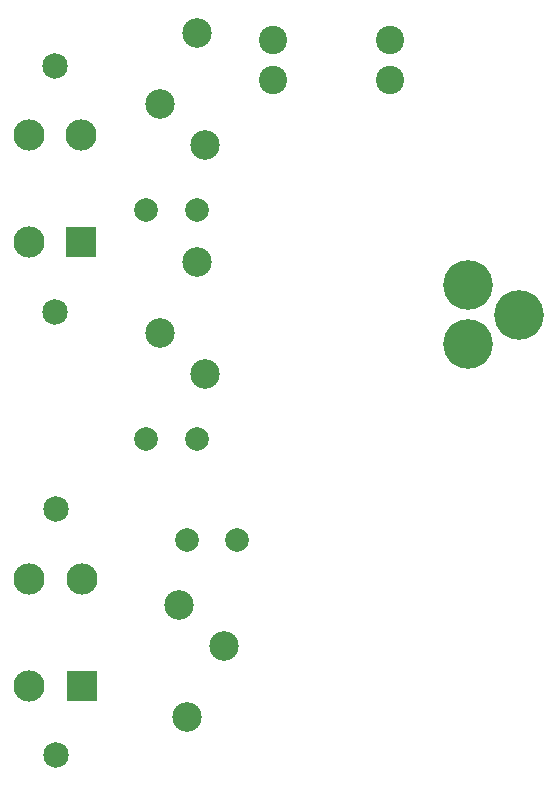
<source format=gbr>
%TF.GenerationSoftware,Altium Limited,Altium Designer,19.1.7 (138)*%
G04 Layer_Color=255*
%FSLAX26Y26*%
%MOIN*%
%TF.FileFunction,Pads,Top*%
%TF.Part,Single*%
G01*
G75*
%TA.AperFunction,ComponentPad*%
%ADD11C,0.103937*%
%ADD12R,0.103937X0.103937*%
%ADD13C,0.085039*%
%ADD14C,0.098425*%
%ADD15C,0.078740*%
%ADD16C,0.165354*%
%ADD17C,0.094488*%
D11*
X1720394Y1393465D02*
D03*
X1545197D02*
D03*
Y1034409D02*
D03*
X1543228Y2514110D02*
D03*
Y2873165D02*
D03*
X1718425D02*
D03*
D12*
X1720394Y1034409D02*
D03*
X1718425Y2514110D02*
D03*
D13*
X1632874Y1624016D02*
D03*
Y803937D02*
D03*
X1630906Y2283637D02*
D03*
Y3103716D02*
D03*
D14*
X2068898Y932087D02*
D03*
X2043307Y1306102D02*
D03*
X2192913Y1168307D02*
D03*
X1980315Y2211708D02*
D03*
X2129921Y2073913D02*
D03*
X2104331Y2447928D02*
D03*
X1980315Y2975487D02*
D03*
X2129921Y2837692D02*
D03*
X2104331Y3211708D02*
D03*
D15*
X2238189Y1522638D02*
D03*
X2068898D02*
D03*
X2104331Y1857377D02*
D03*
X1935039D02*
D03*
X2104331Y2621157D02*
D03*
X1935039D02*
D03*
D16*
X3005704Y2371063D02*
D03*
X3176181Y2272638D02*
D03*
X3005704Y2174213D02*
D03*
D17*
X2355630Y3190566D02*
D03*
X2746181D02*
D03*
X2355630Y3056708D02*
D03*
X2746181D02*
D03*
%TF.MD5,9b04038e9ccc84ea3a8c6e9e5c6ac46d*%
M02*

</source>
